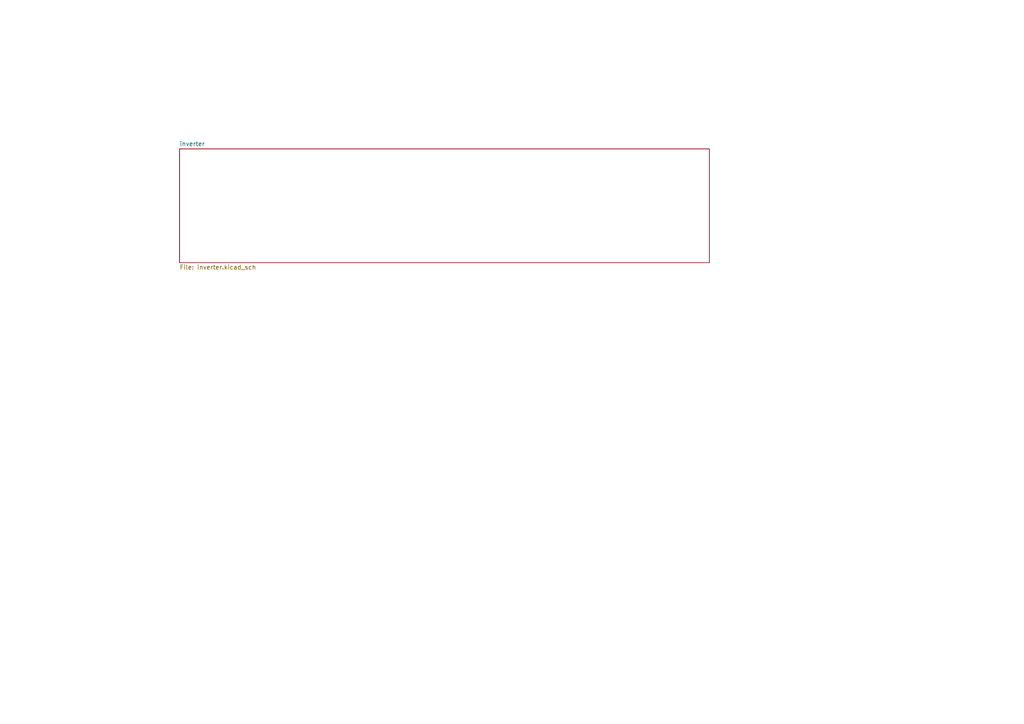
<source format=kicad_sch>
(kicad_sch
	(version 20231120)
	(generator "eeschema")
	(generator_version "8.0")
	(uuid "25b015c9-ab13-4427-b72c-b6f348597100")
	(paper "A4")
	(lib_symbols)
	(sheet
		(at 52.07 43.18)
		(size 153.67 33.02)
		(fields_autoplaced yes)
		(stroke
			(width 0.1524)
			(type solid)
		)
		(fill
			(color 0 0 0 0.0000)
		)
		(uuid "5e6fba8e-e7e0-45ab-a830-fc281a3b250c")
		(property "Sheetname" "inverter"
			(at 52.07 42.4684 0)
			(effects
				(font
					(size 1.27 1.27)
				)
				(justify left bottom)
			)
		)
		(property "Sheetfile" "inverter.kicad_sch"
			(at 52.07 76.7846 0)
			(effects
				(font
					(size 1.27 1.27)
				)
				(justify left top)
			)
		)
		(instances
			(project "acoustic-characterization-hw"
				(path "/25b015c9-ab13-4427-b72c-b6f348597100"
					(page "2")
				)
			)
		)
	)
	(sheet_instances
		(path "/"
			(page "1")
		)
	)
)

</source>
